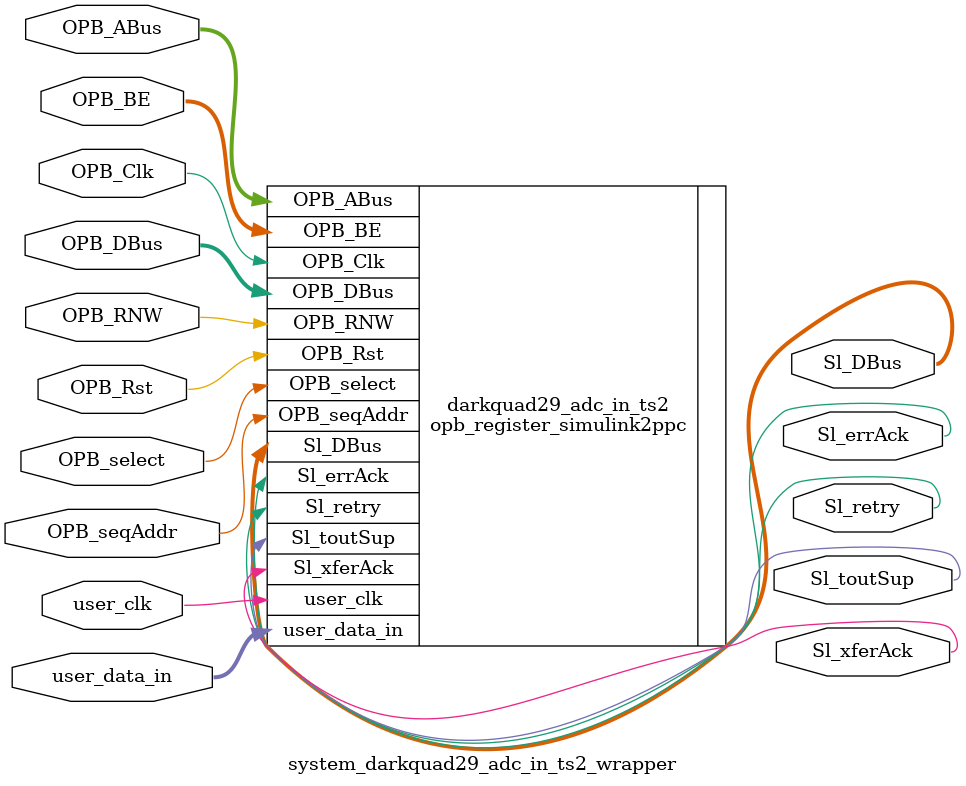
<source format=v>

module system_darkquad29_adc_in_ts2_wrapper
  (
    OPB_Clk,
    OPB_Rst,
    Sl_DBus,
    Sl_errAck,
    Sl_retry,
    Sl_toutSup,
    Sl_xferAck,
    OPB_ABus,
    OPB_BE,
    OPB_DBus,
    OPB_RNW,
    OPB_select,
    OPB_seqAddr,
    user_data_in,
    user_clk
  );
  input OPB_Clk;
  input OPB_Rst;
  output [0:31] Sl_DBus;
  output Sl_errAck;
  output Sl_retry;
  output Sl_toutSup;
  output Sl_xferAck;
  input [0:31] OPB_ABus;
  input [0:3] OPB_BE;
  input [0:31] OPB_DBus;
  input OPB_RNW;
  input OPB_select;
  input OPB_seqAddr;
  input [31:0] user_data_in;
  input user_clk;

  opb_register_simulink2ppc
    #(
      .C_BASEADDR ( 32'h0108B500 ),
      .C_HIGHADDR ( 32'h0108B5FF ),
      .C_OPB_AWIDTH ( 32 ),
      .C_OPB_DWIDTH ( 32 ),
      .C_FAMILY ( "virtex6" )
    )
    darkquad29_adc_in_ts2 (
      .OPB_Clk ( OPB_Clk ),
      .OPB_Rst ( OPB_Rst ),
      .Sl_DBus ( Sl_DBus ),
      .Sl_errAck ( Sl_errAck ),
      .Sl_retry ( Sl_retry ),
      .Sl_toutSup ( Sl_toutSup ),
      .Sl_xferAck ( Sl_xferAck ),
      .OPB_ABus ( OPB_ABus ),
      .OPB_BE ( OPB_BE ),
      .OPB_DBus ( OPB_DBus ),
      .OPB_RNW ( OPB_RNW ),
      .OPB_select ( OPB_select ),
      .OPB_seqAddr ( OPB_seqAddr ),
      .user_data_in ( user_data_in ),
      .user_clk ( user_clk )
    );

endmodule


</source>
